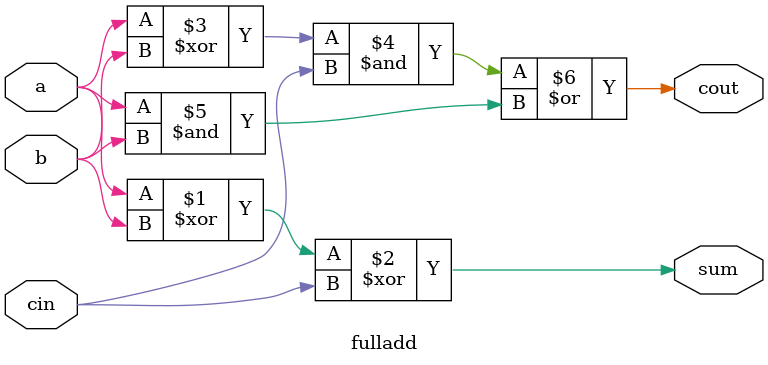
<source format=v>
`timescale 1ns / 1ps
module adder8bit(
input [7:0]a,
input [7:0]b,
output [7:0]sum,
output cout,
output flow
    );
wire c[6:0];
wire cin;
wire [7:0]over;
wire [7:0]SUM;
assign cin=1'b0;
	fulladd f0( .a( a[0] ), .b( b[0] ), .cin( cin ), .sum( SUM[0]), .cout( c[0]) );
	fulladd f1( .a( a[1] ), .b( b[1] ), .cin( c[0] ), .sum( SUM[1]), .cout(c[1]) );
	fulladd f2( .a( a[2] ), .b( b[2] ), .cin( c[1] ), .sum( SUM[2]), .cout(c[2]) );
	fulladd f3( .a( a[3] ), .b( b[3] ), .cin( c[2] ), .sum( SUM[3]), .cout(c[3]) );
	fulladd f4( .a( a[4] ), .b( b[4] ), .cin( c[3] ), .sum( SUM[4]), .cout(c[4]) );
	fulladd f5( .a( a[5] ), .b( b[5] ), .cin( c[4] ), .sum( SUM[5]), .cout(c[5]) );
	fulladd f6( .a( a[6] ), .b( b[6] ), .cin( c[5] ), .sum( SUM[6]), .cout(c[6]) );
	fulladd f7( .a( a[7] ), .b( b[7] ), .cin( c[6] ), .sum( SUM[7]), .cout(cout) );
assign flow=cout^c[6];
assign over[0]=flow;
assign over[1]=flow;
assign over[2]=flow;
assign over[3]=flow;
assign over[4]=flow;
assign over[5]=flow;
assign over[6]=flow;
assign over[7]=flow;
assign sum=(~over)&SUM;

endmodule
 
module fulladd(a,b,cin,sum,cout);
input a;
input b;
input cin;
output sum;
output cout;
assign sum=(a^b^cin);
assign cout=((a^b)& cin)| (a&b);

endmodule

 
</source>
